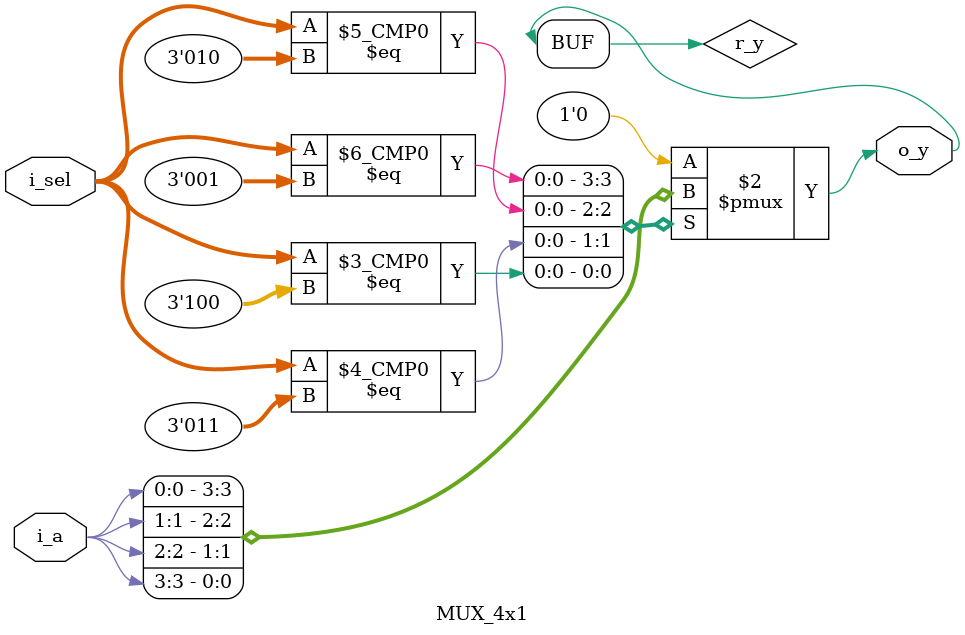
<source format=v>
`timescale 1ns / 1ps


module MUX_4x1(
    input [3:0] i_a,
    input [2:0] i_sel,
    output o_y
    );

    reg r_y;
    assign o_y = r_y;

    always @(*) begin
        r_y <= 1'b0;
        case(i_sel)
            3'b000 : r_y <= 1'b0;
            3'b001 : r_y <= i_a[0];
            3'b010 : r_y <= i_a[1];
            3'b011 : r_y <= i_a[2];
            3'b100 : r_y <= i_a[3];
        endcase
    end
endmodule

</source>
